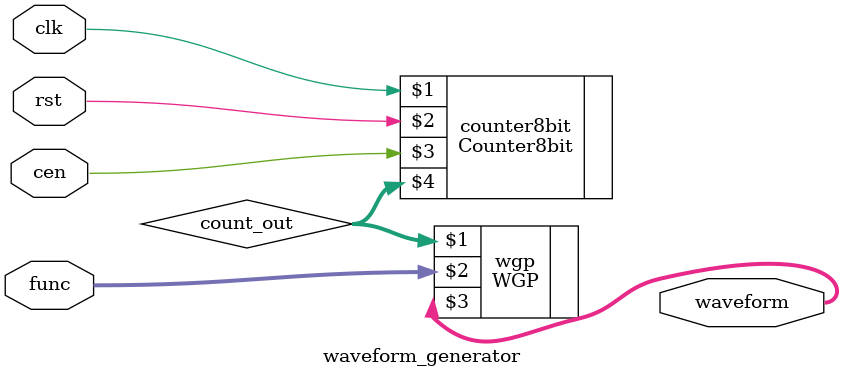
<source format=v>
`timescale 1ns/1ns
module waveform_generator(
    input clk, rst, cen, input [1:0] func,
    output[7:0] waveform);

    wire [7:0] count_out;
    Counter8bit counter8bit(clk, rst, cen, count_out);
    WGP wgp(count_out, func, waveform);

endmodule

</source>
